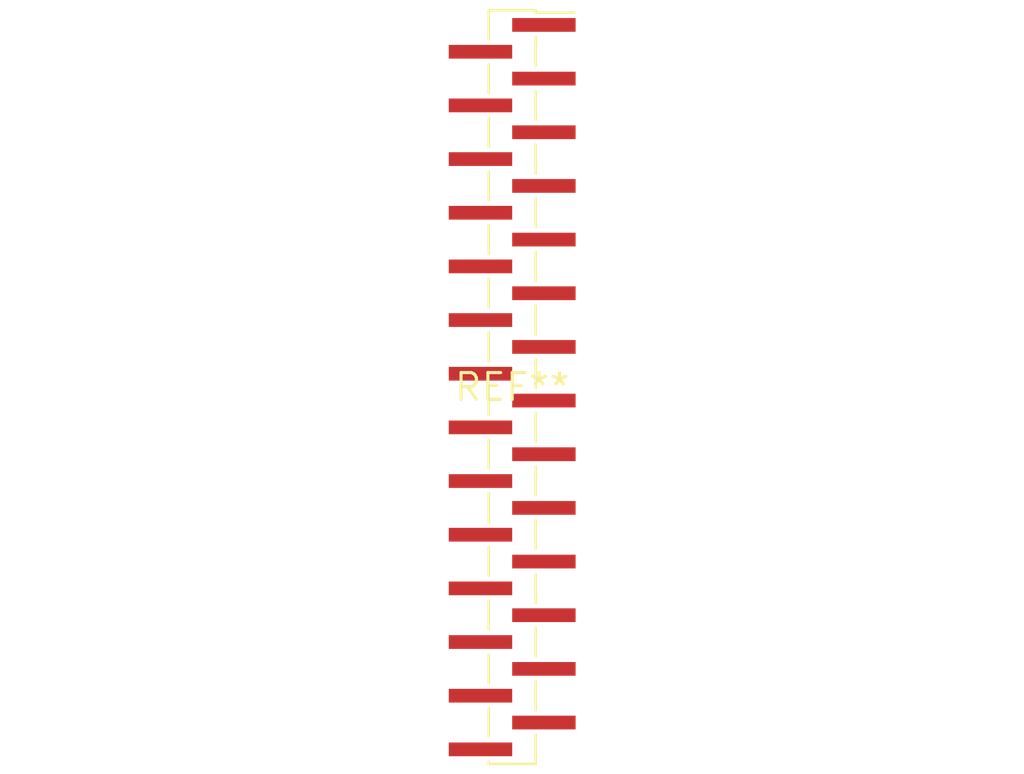
<source format=kicad_pcb>
(kicad_pcb (version 20240108) (generator pcbnew)
  (layers (0 "F.Cu" signal) (31 "B.Cu" signal) (34 "B.Paste" user) (35 "F.Paste" user) (36 "B.SilkS" user "B.Silkscreen") (37 "F.SilkS" user "F.Silkscreen") (38 "B.Mask" user) (39 "F.Mask" user) (44 "Edge.Cuts" user))
  (net 0 "")
  (footprint "PinHeader_1x28_P1.27mm_Vertical_SMD_Pin1Right" (layer "F.Cu") (at 0 0)
    (property "Reference" "REF**")
    (property "Value" "PinHeader_1x28_P1.27mm_Vertical_SMD_Pin1Right")
    (fp_line (start -1.11 -17.84) (end 1.11 -17.84) (layer "F.SilkS") (stroke (width 0.12)))
    (fp_line (start -1.11 -17.83) (end -1.11 -16.46) (layer "F.SilkS") (stroke (width 0.12)))
    (fp_line (start -1.11 -15.29) (end -1.11 -13.92) (layer "F.SilkS") (stroke (width 0.12)))
    (fp_line (start -1.11 -12.75) (end -1.11 -11.38) (layer "F.SilkS") (stroke (width 0.12)))
    (fp_line (start -1.11 -10.21) (end -1.11 -8.84) (layer "F.SilkS") (stroke (width 0.12)))
    (fp_line (start -1.11 -7.67) (end -1.11 -6.3) (layer "F.SilkS") (stroke (width 0.12)))
    (fp_line (start -1.11 -5.13) (end -1.11 -3.76) (layer "F.SilkS") (stroke (width 0.12)))
    (fp_line (start -1.11 -2.59) (end -1.11 -1.22) (layer "F.SilkS") (stroke (width 0.12)))
    (fp_line (start -1.11 -0.05) (end -1.11 1.32) (layer "F.SilkS") (stroke (width 0.12)))
    (fp_line (start -1.11 2.49) (end -1.11 3.86) (layer "F.SilkS") (stroke (width 0.12)))
    (fp_line (start -1.11 5.03) (end -1.11 6.4) (layer "F.SilkS") (stroke (width 0.12)))
    (fp_line (start -1.11 7.57) (end -1.11 8.94) (layer "F.SilkS") (stroke (width 0.12)))
    (fp_line (start -1.11 10.11) (end -1.11 11.48) (layer "F.SilkS") (stroke (width 0.12)))
    (fp_line (start -1.11 12.65) (end -1.11 14.02) (layer "F.SilkS") (stroke (width 0.12)))
    (fp_line (start -1.11 15.19) (end -1.11 16.56) (layer "F.SilkS") (stroke (width 0.12)))
    (fp_line (start -1.11 17.73) (end -1.11 17.84) (layer "F.SilkS") (stroke (width 0.12)))
    (fp_line (start -1.11 17.84) (end 1.11 17.84) (layer "F.SilkS") (stroke (width 0.12)))
    (fp_line (start 1.11 -17.84) (end 1.11 -17.73) (layer "F.SilkS") (stroke (width 0.12)))
    (fp_line (start 1.11 -17.73) (end 2.94 -17.73) (layer "F.SilkS") (stroke (width 0.12)))
    (fp_line (start 1.11 -16.56) (end 1.11 -15.19) (layer "F.SilkS") (stroke (width 0.12)))
    (fp_line (start 1.11 -14.02) (end 1.11 -12.65) (layer "F.SilkS") (stroke (width 0.12)))
    (fp_line (start 1.11 -11.48) (end 1.11 -10.11) (layer "F.SilkS") (stroke (width 0.12)))
    (fp_line (start 1.11 -8.94) (end 1.11 -7.57) (layer "F.SilkS") (stroke (width 0.12)))
    (fp_line (start 1.11 -6.4) (end 1.11 -5.03) (layer "F.SilkS") (stroke (width 0.12)))
    (fp_line (start 1.11 -3.86) (end 1.11 -2.49) (layer "F.SilkS") (stroke (width 0.12)))
    (fp_line (start 1.11 -1.32) (end 1.11 0.05) (layer "F.SilkS") (stroke (width 0.12)))
    (fp_line (start 1.11 1.22) (end 1.11 2.59) (layer "F.SilkS") (stroke (width 0.12)))
    (fp_line (start 1.11 3.76) (end 1.11 5.13) (layer "F.SilkS") (stroke (width 0.12)))
    (fp_line (start 1.11 6.3) (end 1.11 7.67) (layer "F.SilkS") (stroke (width 0.12)))
    (fp_line (start 1.11 8.84) (end 1.11 10.21) (layer "F.SilkS") (stroke (width 0.12)))
    (fp_line (start 1.11 11.38) (end 1.11 12.75) (layer "F.SilkS") (stroke (width 0.12)))
    (fp_line (start 1.11 13.92) (end 1.11 15.29) (layer "F.SilkS") (stroke (width 0.12)))
    (fp_line (start 1.11 16.46) (end 1.11 17.83) (layer "F.SilkS") (stroke (width 0.12)))
    (pad "1" smd rect (at 1.5 -17.145) (size 3 0.65) (layers "F.Cu" "F.Paste" "F.Mask"))
    (pad "2" smd rect (at -1.5 -15.875) (size 3 0.65) (layers "F.Cu" "F.Paste" "F.Mask"))
    (pad "3" smd rect (at 1.5 -14.605) (size 3 0.65) (layers "F.Cu" "F.Paste" "F.Mask"))
    (pad "4" smd rect (at -1.5 -13.335) (size 3 0.65) (layers "F.Cu" "F.Paste" "F.Mask"))
    (pad "5" smd rect (at 1.5 -12.065) (size 3 0.65) (layers "F.Cu" "F.Paste" "F.Mask"))
    (pad "6" smd rect (at -1.5 -10.795) (size 3 0.65) (layers "F.Cu" "F.Paste" "F.Mask"))
    (pad "7" smd rect (at 1.5 -9.525) (size 3 0.65) (layers "F.Cu" "F.Paste" "F.Mask"))
    (pad "8" smd rect (at -1.5 -8.255) (size 3 0.65) (layers "F.Cu" "F.Paste" "F.Mask"))
    (pad "9" smd rect (at 1.5 -6.985) (size 3 0.65) (layers "F.Cu" "F.Paste" "F.Mask"))
    (pad "10" smd rect (at -1.5 -5.715) (size 3 0.65) (layers "F.Cu" "F.Paste" "F.Mask"))
    (pad "11" smd rect (at 1.5 -4.445) (size 3 0.65) (layers "F.Cu" "F.Paste" "F.Mask"))
    (pad "12" smd rect (at -1.5 -3.175) (size 3 0.65) (layers "F.Cu" "F.Paste" "F.Mask"))
    (pad "13" smd rect (at 1.5 -1.905) (size 3 0.65) (layers "F.Cu" "F.Paste" "F.Mask"))
    (pad "14" smd rect (at -1.5 -0.635) (size 3 0.65) (layers "F.Cu" "F.Paste" "F.Mask"))
    (pad "15" smd rect (at 1.5 0.635) (size 3 0.65) (layers "F.Cu" "F.Paste" "F.Mask"))
    (pad "16" smd rect (at -1.5 1.905) (size 3 0.65) (layers "F.Cu" "F.Paste" "F.Mask"))
    (pad "17" smd rect (at 1.5 3.175) (size 3 0.65) (layers "F.Cu" "F.Paste" "F.Mask"))
    (pad "18" smd rect (at -1.5 4.445) (size 3 0.65) (layers "F.Cu" "F.Paste" "F.Mask"))
    (pad "19" smd rect (at 1.5 5.715) (size 3 0.65) (layers "F.Cu" "F.Paste" "F.Mask"))
    (pad "20" smd rect (at -1.5 6.985) (size 3 0.65) (layers "F.Cu" "F.Paste" "F.Mask"))
    (pad "21" smd rect (at 1.5 8.255) (size 3 0.65) (layers "F.Cu" "F.Paste" "F.Mask"))
    (pad "22" smd rect (at -1.5 9.525) (size 3 0.65) (layers "F.Cu" "F.Paste" "F.Mask"))
    (pad "23" smd rect (at 1.5 10.795) (size 3 0.65) (layers "F.Cu" "F.Paste" "F.Mask"))
    (pad "24" smd rect (at -1.5 12.065) (size 3 0.65) (layers "F.Cu" "F.Paste" "F.Mask"))
    (pad "25" smd rect (at 1.5 13.335) (size 3 0.65) (layers "F.Cu" "F.Paste" "F.Mask"))
    (pad "26" smd rect (at -1.5 14.605) (size 3 0.65) (layers "F.Cu" "F.Paste" "F.Mask"))
    (pad "27" smd rect (at 1.5 15.875) (size 3 0.65) (layers "F.Cu" "F.Paste" "F.Mask"))
    (pad "28" smd rect (at -1.5 17.145) (size 3 0.65) (layers "F.Cu" "F.Paste" "F.Mask"))
  )
)
</source>
